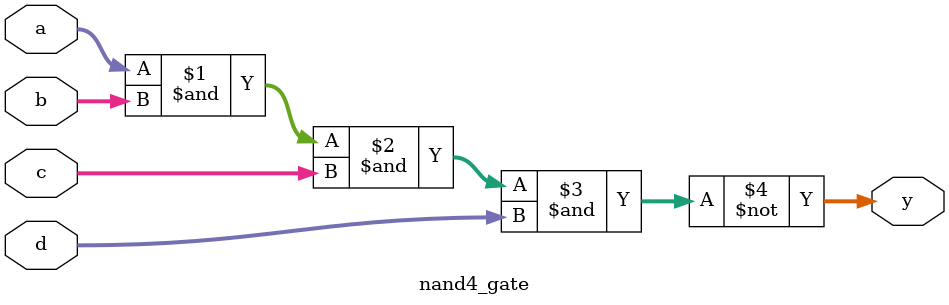
<source format=sv>
module top_module(
	input [3:0] p1a, 
	input [3:0] p1b, 
	input [3:0] p1c, 
	input [3:0] p1d, 
	output p1y, 
	input [3:0] p2a, 
	input [3:0] p2b, 
	input [3:0] p2c, 
	input [3:0] p2d, 
	output p2y
);
	// Internal wires
	wire [3:0] nand1_out;
	wire [3:0] nand2_out;
	wire nand_out_y1;
	wire nand_out_y2;
	
	// Instantiate NAND gates
	nand4_gate nand1(.a(p1a), .b(p1b), .c(p1c), .d(p1d), .y(nand1_out));
	nand4_gate nand2(.a(p2a), .b(p2b), .c(p2c), .d(p2d), .y(nand2_out));
	nand2_gate nand_y1(.a(nand1_out), .b(nand2_out), .y(nand_out_y1));
	nand2_gate nand_y2(.a(nand1_out), .b(nand2_out), .y(nand_out_y2));
	
	assign p1y = nand_out_y1;
	assign p2y = nand_out_y2;
	
endmodule
module nand2_gate(
	input a,
	input b,
	output y
);
	assign y = !(a & b);
endmodule
module nand4_gate(
	input [3:0] a,
	input [3:0] b,
	input [3:0] c,
	input [3:0] d,
	output [3:0] y
);
	assign y = ~(a & b & c & d);
endmodule

</source>
